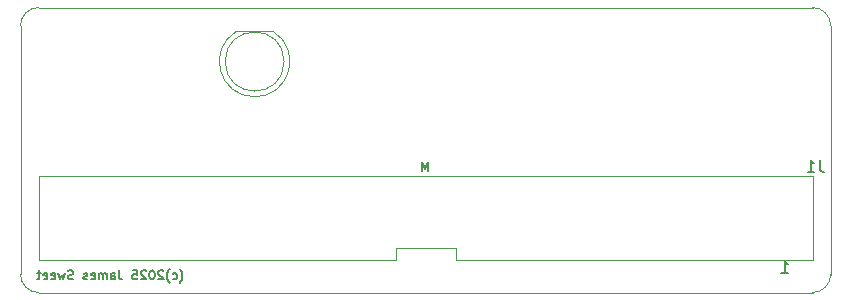
<source format=gbr>
%TF.GenerationSoftware,KiCad,Pcbnew,9.0.3-9.0.3-0~ubuntu22.04.1*%
%TF.CreationDate,2025-08-10T09:26:02-07:00*%
%TF.ProjectId,SCSI_terminator,53435349-5f74-4657-926d-696e61746f72,rev?*%
%TF.SameCoordinates,Original*%
%TF.FileFunction,Legend,Bot*%
%TF.FilePolarity,Positive*%
%FSLAX46Y46*%
G04 Gerber Fmt 4.6, Leading zero omitted, Abs format (unit mm)*
G04 Created by KiCad (PCBNEW 9.0.3-9.0.3-0~ubuntu22.04.1) date 2025-08-10 09:26:02*
%MOMM*%
%LPD*%
G01*
G04 APERTURE LIST*
%ADD10C,0.127000*%
%ADD11C,0.100000*%
%ADD12C,0.152400*%
%ADD13C,0.120000*%
%TA.AperFunction,Profile*%
%ADD14C,0.050000*%
%TD*%
G04 APERTURE END LIST*
D10*
X178974352Y-110867056D02*
X179554924Y-110867056D01*
X179264638Y-110867056D02*
X179264638Y-109851056D01*
X179264638Y-109851056D02*
X179361400Y-109996199D01*
X179361400Y-109996199D02*
X179458162Y-110092961D01*
X179458162Y-110092961D02*
X179554924Y-110141342D01*
D11*
X116078000Y-102616000D02*
X181610000Y-102616000D01*
X116078000Y-109728000D02*
X116078000Y-102616000D01*
X146304000Y-109728000D02*
X116078000Y-109728000D01*
X146304000Y-108712000D02*
X146304000Y-109728000D01*
X151384000Y-108712000D02*
X146304000Y-108712000D01*
X151384000Y-109728000D02*
X151384000Y-108712000D01*
X181610000Y-109728000D02*
X151384000Y-109728000D01*
X181610000Y-102616000D02*
X181610000Y-109728000D01*
D10*
X128041305Y-111696427D02*
X128077590Y-111660141D01*
X128077590Y-111660141D02*
X128150162Y-111551284D01*
X128150162Y-111551284D02*
X128186448Y-111478713D01*
X128186448Y-111478713D02*
X128222733Y-111369856D01*
X128222733Y-111369856D02*
X128259019Y-111188427D01*
X128259019Y-111188427D02*
X128259019Y-111043284D01*
X128259019Y-111043284D02*
X128222733Y-110861856D01*
X128222733Y-110861856D02*
X128186448Y-110752998D01*
X128186448Y-110752998D02*
X128150162Y-110680427D01*
X128150162Y-110680427D02*
X128077590Y-110571570D01*
X128077590Y-110571570D02*
X128041305Y-110535284D01*
X127424448Y-111369856D02*
X127497019Y-111406141D01*
X127497019Y-111406141D02*
X127642162Y-111406141D01*
X127642162Y-111406141D02*
X127714733Y-111369856D01*
X127714733Y-111369856D02*
X127751019Y-111333570D01*
X127751019Y-111333570D02*
X127787305Y-111260998D01*
X127787305Y-111260998D02*
X127787305Y-111043284D01*
X127787305Y-111043284D02*
X127751019Y-110970713D01*
X127751019Y-110970713D02*
X127714733Y-110934427D01*
X127714733Y-110934427D02*
X127642162Y-110898141D01*
X127642162Y-110898141D02*
X127497019Y-110898141D01*
X127497019Y-110898141D02*
X127424448Y-110934427D01*
X127170447Y-111696427D02*
X127134162Y-111660141D01*
X127134162Y-111660141D02*
X127061590Y-111551284D01*
X127061590Y-111551284D02*
X127025305Y-111478713D01*
X127025305Y-111478713D02*
X126989019Y-111369856D01*
X126989019Y-111369856D02*
X126952733Y-111188427D01*
X126952733Y-111188427D02*
X126952733Y-111043284D01*
X126952733Y-111043284D02*
X126989019Y-110861856D01*
X126989019Y-110861856D02*
X127025305Y-110752998D01*
X127025305Y-110752998D02*
X127061590Y-110680427D01*
X127061590Y-110680427D02*
X127134162Y-110571570D01*
X127134162Y-110571570D02*
X127170447Y-110535284D01*
X126626162Y-110716713D02*
X126589876Y-110680427D01*
X126589876Y-110680427D02*
X126517305Y-110644141D01*
X126517305Y-110644141D02*
X126335876Y-110644141D01*
X126335876Y-110644141D02*
X126263305Y-110680427D01*
X126263305Y-110680427D02*
X126227019Y-110716713D01*
X126227019Y-110716713D02*
X126190733Y-110789284D01*
X126190733Y-110789284D02*
X126190733Y-110861856D01*
X126190733Y-110861856D02*
X126227019Y-110970713D01*
X126227019Y-110970713D02*
X126662447Y-111406141D01*
X126662447Y-111406141D02*
X126190733Y-111406141D01*
X125719019Y-110644141D02*
X125646448Y-110644141D01*
X125646448Y-110644141D02*
X125573876Y-110680427D01*
X125573876Y-110680427D02*
X125537591Y-110716713D01*
X125537591Y-110716713D02*
X125501305Y-110789284D01*
X125501305Y-110789284D02*
X125465019Y-110934427D01*
X125465019Y-110934427D02*
X125465019Y-111115856D01*
X125465019Y-111115856D02*
X125501305Y-111260998D01*
X125501305Y-111260998D02*
X125537591Y-111333570D01*
X125537591Y-111333570D02*
X125573876Y-111369856D01*
X125573876Y-111369856D02*
X125646448Y-111406141D01*
X125646448Y-111406141D02*
X125719019Y-111406141D01*
X125719019Y-111406141D02*
X125791591Y-111369856D01*
X125791591Y-111369856D02*
X125827876Y-111333570D01*
X125827876Y-111333570D02*
X125864162Y-111260998D01*
X125864162Y-111260998D02*
X125900448Y-111115856D01*
X125900448Y-111115856D02*
X125900448Y-110934427D01*
X125900448Y-110934427D02*
X125864162Y-110789284D01*
X125864162Y-110789284D02*
X125827876Y-110716713D01*
X125827876Y-110716713D02*
X125791591Y-110680427D01*
X125791591Y-110680427D02*
X125719019Y-110644141D01*
X125174734Y-110716713D02*
X125138448Y-110680427D01*
X125138448Y-110680427D02*
X125065877Y-110644141D01*
X125065877Y-110644141D02*
X124884448Y-110644141D01*
X124884448Y-110644141D02*
X124811877Y-110680427D01*
X124811877Y-110680427D02*
X124775591Y-110716713D01*
X124775591Y-110716713D02*
X124739305Y-110789284D01*
X124739305Y-110789284D02*
X124739305Y-110861856D01*
X124739305Y-110861856D02*
X124775591Y-110970713D01*
X124775591Y-110970713D02*
X125211019Y-111406141D01*
X125211019Y-111406141D02*
X124739305Y-111406141D01*
X124049877Y-110644141D02*
X124412734Y-110644141D01*
X124412734Y-110644141D02*
X124449020Y-111006998D01*
X124449020Y-111006998D02*
X124412734Y-110970713D01*
X124412734Y-110970713D02*
X124340163Y-110934427D01*
X124340163Y-110934427D02*
X124158734Y-110934427D01*
X124158734Y-110934427D02*
X124086163Y-110970713D01*
X124086163Y-110970713D02*
X124049877Y-111006998D01*
X124049877Y-111006998D02*
X124013591Y-111079570D01*
X124013591Y-111079570D02*
X124013591Y-111260998D01*
X124013591Y-111260998D02*
X124049877Y-111333570D01*
X124049877Y-111333570D02*
X124086163Y-111369856D01*
X124086163Y-111369856D02*
X124158734Y-111406141D01*
X124158734Y-111406141D02*
X124340163Y-111406141D01*
X124340163Y-111406141D02*
X124412734Y-111369856D01*
X124412734Y-111369856D02*
X124449020Y-111333570D01*
X122888735Y-110644141D02*
X122888735Y-111188427D01*
X122888735Y-111188427D02*
X122925020Y-111297284D01*
X122925020Y-111297284D02*
X122997592Y-111369856D01*
X122997592Y-111369856D02*
X123106449Y-111406141D01*
X123106449Y-111406141D02*
X123179020Y-111406141D01*
X122199307Y-111406141D02*
X122199307Y-111006998D01*
X122199307Y-111006998D02*
X122235592Y-110934427D01*
X122235592Y-110934427D02*
X122308164Y-110898141D01*
X122308164Y-110898141D02*
X122453307Y-110898141D01*
X122453307Y-110898141D02*
X122525878Y-110934427D01*
X122199307Y-111369856D02*
X122271878Y-111406141D01*
X122271878Y-111406141D02*
X122453307Y-111406141D01*
X122453307Y-111406141D02*
X122525878Y-111369856D01*
X122525878Y-111369856D02*
X122562164Y-111297284D01*
X122562164Y-111297284D02*
X122562164Y-111224713D01*
X122562164Y-111224713D02*
X122525878Y-111152141D01*
X122525878Y-111152141D02*
X122453307Y-111115856D01*
X122453307Y-111115856D02*
X122271878Y-111115856D01*
X122271878Y-111115856D02*
X122199307Y-111079570D01*
X121836449Y-111406141D02*
X121836449Y-110898141D01*
X121836449Y-110970713D02*
X121800163Y-110934427D01*
X121800163Y-110934427D02*
X121727592Y-110898141D01*
X121727592Y-110898141D02*
X121618735Y-110898141D01*
X121618735Y-110898141D02*
X121546163Y-110934427D01*
X121546163Y-110934427D02*
X121509878Y-111006998D01*
X121509878Y-111006998D02*
X121509878Y-111406141D01*
X121509878Y-111006998D02*
X121473592Y-110934427D01*
X121473592Y-110934427D02*
X121401020Y-110898141D01*
X121401020Y-110898141D02*
X121292163Y-110898141D01*
X121292163Y-110898141D02*
X121219592Y-110934427D01*
X121219592Y-110934427D02*
X121183306Y-111006998D01*
X121183306Y-111006998D02*
X121183306Y-111406141D01*
X120530163Y-111369856D02*
X120602735Y-111406141D01*
X120602735Y-111406141D02*
X120747878Y-111406141D01*
X120747878Y-111406141D02*
X120820449Y-111369856D01*
X120820449Y-111369856D02*
X120856735Y-111297284D01*
X120856735Y-111297284D02*
X120856735Y-111006998D01*
X120856735Y-111006998D02*
X120820449Y-110934427D01*
X120820449Y-110934427D02*
X120747878Y-110898141D01*
X120747878Y-110898141D02*
X120602735Y-110898141D01*
X120602735Y-110898141D02*
X120530163Y-110934427D01*
X120530163Y-110934427D02*
X120493878Y-111006998D01*
X120493878Y-111006998D02*
X120493878Y-111079570D01*
X120493878Y-111079570D02*
X120856735Y-111152141D01*
X120203592Y-111369856D02*
X120131020Y-111406141D01*
X120131020Y-111406141D02*
X119985877Y-111406141D01*
X119985877Y-111406141D02*
X119913306Y-111369856D01*
X119913306Y-111369856D02*
X119877020Y-111297284D01*
X119877020Y-111297284D02*
X119877020Y-111260998D01*
X119877020Y-111260998D02*
X119913306Y-111188427D01*
X119913306Y-111188427D02*
X119985877Y-111152141D01*
X119985877Y-111152141D02*
X120094735Y-111152141D01*
X120094735Y-111152141D02*
X120167306Y-111115856D01*
X120167306Y-111115856D02*
X120203592Y-111043284D01*
X120203592Y-111043284D02*
X120203592Y-111006998D01*
X120203592Y-111006998D02*
X120167306Y-110934427D01*
X120167306Y-110934427D02*
X120094735Y-110898141D01*
X120094735Y-110898141D02*
X119985877Y-110898141D01*
X119985877Y-110898141D02*
X119913306Y-110934427D01*
X119006164Y-111369856D02*
X118897307Y-111406141D01*
X118897307Y-111406141D02*
X118715878Y-111406141D01*
X118715878Y-111406141D02*
X118643307Y-111369856D01*
X118643307Y-111369856D02*
X118607021Y-111333570D01*
X118607021Y-111333570D02*
X118570735Y-111260998D01*
X118570735Y-111260998D02*
X118570735Y-111188427D01*
X118570735Y-111188427D02*
X118607021Y-111115856D01*
X118607021Y-111115856D02*
X118643307Y-111079570D01*
X118643307Y-111079570D02*
X118715878Y-111043284D01*
X118715878Y-111043284D02*
X118861021Y-111006998D01*
X118861021Y-111006998D02*
X118933592Y-110970713D01*
X118933592Y-110970713D02*
X118969878Y-110934427D01*
X118969878Y-110934427D02*
X119006164Y-110861856D01*
X119006164Y-110861856D02*
X119006164Y-110789284D01*
X119006164Y-110789284D02*
X118969878Y-110716713D01*
X118969878Y-110716713D02*
X118933592Y-110680427D01*
X118933592Y-110680427D02*
X118861021Y-110644141D01*
X118861021Y-110644141D02*
X118679592Y-110644141D01*
X118679592Y-110644141D02*
X118570735Y-110680427D01*
X118316735Y-110898141D02*
X118171593Y-111406141D01*
X118171593Y-111406141D02*
X118026450Y-111043284D01*
X118026450Y-111043284D02*
X117881307Y-111406141D01*
X117881307Y-111406141D02*
X117736164Y-110898141D01*
X117155592Y-111369856D02*
X117228164Y-111406141D01*
X117228164Y-111406141D02*
X117373307Y-111406141D01*
X117373307Y-111406141D02*
X117445878Y-111369856D01*
X117445878Y-111369856D02*
X117482164Y-111297284D01*
X117482164Y-111297284D02*
X117482164Y-111006998D01*
X117482164Y-111006998D02*
X117445878Y-110934427D01*
X117445878Y-110934427D02*
X117373307Y-110898141D01*
X117373307Y-110898141D02*
X117228164Y-110898141D01*
X117228164Y-110898141D02*
X117155592Y-110934427D01*
X117155592Y-110934427D02*
X117119307Y-111006998D01*
X117119307Y-111006998D02*
X117119307Y-111079570D01*
X117119307Y-111079570D02*
X117482164Y-111152141D01*
X116502449Y-111369856D02*
X116575021Y-111406141D01*
X116575021Y-111406141D02*
X116720164Y-111406141D01*
X116720164Y-111406141D02*
X116792735Y-111369856D01*
X116792735Y-111369856D02*
X116829021Y-111297284D01*
X116829021Y-111297284D02*
X116829021Y-111006998D01*
X116829021Y-111006998D02*
X116792735Y-110934427D01*
X116792735Y-110934427D02*
X116720164Y-110898141D01*
X116720164Y-110898141D02*
X116575021Y-110898141D01*
X116575021Y-110898141D02*
X116502449Y-110934427D01*
X116502449Y-110934427D02*
X116466164Y-111006998D01*
X116466164Y-111006998D02*
X116466164Y-111079570D01*
X116466164Y-111079570D02*
X116829021Y-111152141D01*
X116248449Y-110898141D02*
X115958163Y-110898141D01*
X116139592Y-110644141D02*
X116139592Y-111297284D01*
X116139592Y-111297284D02*
X116103306Y-111369856D01*
X116103306Y-111369856D02*
X116030735Y-111406141D01*
X116030735Y-111406141D02*
X115958163Y-111406141D01*
X149087019Y-102262141D02*
X149087019Y-101500141D01*
X149087019Y-101500141D02*
X148833019Y-102044427D01*
X148833019Y-102044427D02*
X148579019Y-101500141D01*
X148579019Y-101500141D02*
X148579019Y-102262141D01*
D12*
X182202666Y-101300095D02*
X182202666Y-102025810D01*
X182202666Y-102025810D02*
X182251047Y-102170953D01*
X182251047Y-102170953D02*
X182347809Y-102267715D01*
X182347809Y-102267715D02*
X182492952Y-102316095D01*
X182492952Y-102316095D02*
X182589714Y-102316095D01*
X181186666Y-102316095D02*
X181767238Y-102316095D01*
X181476952Y-102316095D02*
X181476952Y-101300095D01*
X181476952Y-101300095D02*
X181573714Y-101445238D01*
X181573714Y-101445238D02*
X181670476Y-101542000D01*
X181670476Y-101542000D02*
X181767238Y-101590381D01*
D13*
%TO.C,D1*%
X136866001Y-92964000D02*
G75*
G02*
X131866001Y-92964000I-2500000J0D01*
G01*
X131866001Y-92964000D02*
G75*
G02*
X136866001Y-92964000I2500000J0D01*
G01*
X134366463Y-95954000D02*
G75*
G02*
X132821171Y-90404000I-462J2990000D01*
G01*
X135910831Y-90404000D02*
G75*
G02*
X134365539Y-95954000I-1544830J-2560000D01*
G01*
X135911001Y-90404000D02*
X132821001Y-90404000D01*
%TD*%
D14*
X114549296Y-89918700D02*
X114551226Y-110986711D01*
X181599771Y-112525756D02*
X116138760Y-112522000D01*
X183134000Y-89916000D02*
X183133789Y-111001756D01*
X116073296Y-88394667D02*
X181610000Y-88392000D01*
X114549296Y-89918667D02*
G75*
G02*
X116073296Y-88394667I1523999J1D01*
G01*
X116075226Y-112523326D02*
G75*
G02*
X114551226Y-110999326I-1J1523999D01*
G01*
X183133789Y-111001756D02*
G75*
G02*
X181609789Y-112525756I-1523999J-1D01*
G01*
X181610000Y-88392000D02*
G75*
G02*
X183134000Y-89916000I0J-1524000D01*
G01*
M02*

</source>
